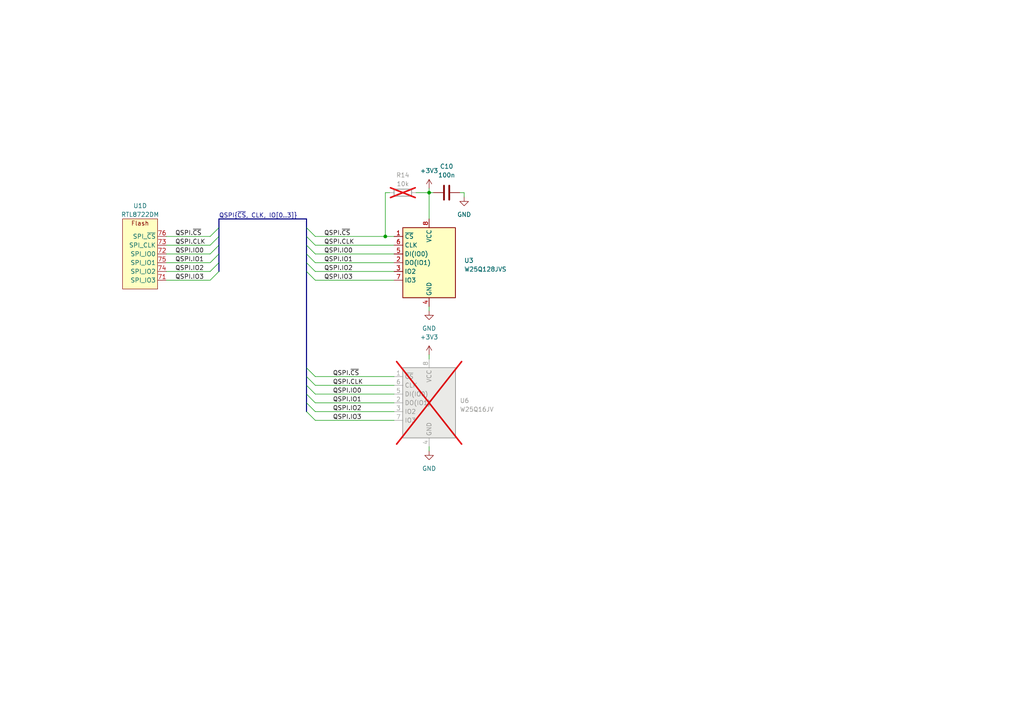
<source format=kicad_sch>
(kicad_sch (version 20230121) (generator eeschema)
  (paper "A4")
  (lib_symbols
    (symbol "Device:C" (pin_numbers hide) (pin_names (offset 0.254))
      (property "Reference" "C" (at 0.635 2.54 0))
      (property "Value" "C" (at 0.635 -2.54 0))
      (symbol "C_0_1"
        (polyline (pts (xy -2.032 -0.762) (xy 2.032 -0.762)) (stroke (width 0.508)))
        (polyline (pts (xy -2.032 0.762) (xy 2.032 0.762)) (stroke (width 0.508)))
      )
      (symbol "C_1_1"
        (pin passive line (at 0 3.81 270) (length 2.794) (name "~") (number "1"))
        (pin passive line (at 0 -3.81 90) (length 2.794) (name "~") (number "2"))
      )
    )
    (symbol "Device:R" (pin_numbers hide) (pin_names (offset 0))
      (property "Reference" "R" (at 2.032 0 90))
      (property "Value" "R" (at 0 0 90))
      (symbol "R_0_1"
        (rectangle (start -1.016 -2.54) (end 1.016 2.54) (stroke (width 0.254)))
      )
      (symbol "R_1_1"
        (pin passive line (at 0 3.81 270) (length 1.27) (name "~") (number "1"))
        (pin passive line (at 0 -3.81 90) (length 1.27) (name "~") (number "2"))
      )
    )
    (symbol "MCU_Realtek:RTL8722DM"
      (property "Reference" "U" (at -20.32 57.15 0))
      (property "Value" "RTL8722DM" (at 15.24 -29.21 0))
      (symbol "RTL8722DM_1_0"
        (pin input line (at -33.02 0 0) (length 2.54) (name "CHIP_EN") (number "11"))
      )
      (symbol "RTL8722DM_1_1"
        (rectangle (start -30.48 20.32) (end 27.94 -15.24) (fill (type background)))
        (text "Power and XTAL" (at 0 0 0) (effects (font (size 1.27 1.27))))
        (pin power_out line (at -2.54 -17.78 90) (length 2.54) (name "AUDIO_GND") (number "1"))
        (pin power_in line (at 17.78 22.86 270) (length 2.54) (name "VD1833_GPIO") (number "10"))
        (pin power_in line (at -20.32 22.86 270) (length 2.54) (name "VA11_AFE") (number "14"))
        (pin power_in line (at 15.24 22.86 270) (length 2.54) (name "VA1833_XTAL") (number "15"))
        (pin output line (at -33.02 -12.7 0) (length 2.54) (name "XO") (number "16"))
        (pin input line (at -33.02 -10.16 0) (length 2.54) (name "XI") (number "17"))
        (pin power_in line (at -5.08 22.86 270) (length 2.54) (name "VR1833_SYN") (number "18"))
        (pin power_in line (at -15.24 22.86 270) (length 2.54) (name "VR11_SYN") (number "19"))
        (pin power_out line (at 30.48 0 180) (length 2.54) (name "AVCC") (number "2"))
        (pin power_in line (at -12.7 22.86 270) (length 2.54) (name "VR11_RF2") (number "20"))
        (pin power_in line (at -2.54 22.86 270) (length 2.54) (name "VR1833_PAD_A") (number "21"))
        (pin power_in line (at 0 22.86 270) (length 2.54) (name "VR1833_PA_A") (number "22"))
        (pin power_in line (at 2.54 22.86 270) (length 2.54) (name "VR1833_PA_G") (number "28"))
        (pin power_in line (at -10.16 22.86 270) (length 2.54) (name "VR11_RF1") (number "29"))
        (pin power_out line (at 30.48 -2.54 180) (length 2.54) (name "AUDIO_VREF") (number "3"))
        (pin power_in line (at 20.32 22.86 270) (length 2.54) (name "VD1833_GPIO") (number "45"))
        (pin power_in line (at -27.94 22.86 270) (length 2.54) (name "VD11_CORE") (number "46"))
        (pin power_in line (at 12.7 22.86 270) (length 2.54) (name "VA1833_USB") (number "52"))
        (pin input line (at -33.02 5.08 0) (length 2.54) (name "VBAT_MEAS") (number "63"))
        (pin power_in line (at 7.62 22.86 270) (length 2.54) (name "VA1833_PLL") (number "64"))
        (pin power_in line (at -22.86 22.86 270) (length 2.54) (name "VA11_PLL") (number "65"))
        (pin power_out line (at 30.48 -5.08 180) (length 2.54) (name "VD18_PSRAM") (number "66"))
        (pin power_in line (at 22.86 22.86 270) (length 2.54) (name "VD1833_PMU") (number "67"))
        (pin power_out line (at 2.54 -17.78 90) (length 2.54) (name "GNDSPS") (number "68"))
        (pin power_out line (at 30.48 5.08 180) (length 2.54) (name "SW_LX") (number "69"))
        (pin power_in line (at 10.16 22.86 270) (length 2.54) (name "VD1833_SPS/VD1833_FLASH") (number "70"))
        (pin power_in line (at -25.4 22.86 270) (length 2.54) (name "VD11_CORE") (number "83"))
        (pin power_in line (at 25.4 22.86 270) (length 2.54) (name "AVCC_DRIV") (number "88"))
        (pin power_in line (at 0 -17.78 90) (length 2.54) (name "GND") (number "89"))
      )
      (symbol "RTL8722DM_2_1"
        (rectangle (start -20.32 55.88) (end 20.32 -27.94) (fill (type background)))
        (text "GPIO" (at 0 54.61 0) (effects (font (size 1.27 1.27))))
        (pin bidirectional line (at -22.86 35.56 0) (length 2.54) (name "PA7/UART_LOG_TXD") (number "12"))
        (pin bidirectional line (at -22.86 33.02 0) (length 2.54) (name "PA8/UART_LOG_RXD") (number "13"))
        (pin bidirectional line (at -22.86 30.48 0) (length 2.54) (name "PA9") (number "30"))
        (pin bidirectional line (at -22.86 27.94 0) (length 2.54) (name "PA10") (number "31"))
        (pin bidirectional line (at -22.86 25.4 0) (length 2.54) (name "PA11") (number "32"))
        (pin bidirectional line (at -22.86 22.86 0) (length 2.54) (name "PA12") (number "33"))
        (pin bidirectional line (at -22.86 20.32 0) (length 2.54) (name "PA13") (number "34"))
        (pin bidirectional line (at -22.86 17.78 0) (length 2.54) (name "PA14") (number "35"))
        (pin bidirectional line (at -22.86 15.24 0) (length 2.54) (name "PA15") (number "36"))
        (pin bidirectional line (at -22.86 12.7 0) (length 2.54) (name "PA16") (number "37"))
        (pin bidirectional line (at -22.86 10.16 0) (length 2.54) (name "PA17") (number "38"))
        (pin bidirectional line (at -22.86 7.62 0) (length 2.54) (name "PA18") (number "39"))
        (pin bidirectional line (at -22.86 53.34 0) (length 2.54) (name "PA0/MIC_BIAS") (number "4"))
        (pin bidirectional line (at -22.86 5.08 0) (length 2.54) (name "PA19") (number "40"))
        (pin bidirectional line (at -22.86 2.54 0) (length 2.54) (name "PA20") (number "41"))
        (pin bidirectional line (at -22.86 0 0) (length 2.54) (name "PA21") (number "42"))
        (pin bidirectional line (at -22.86 -2.54 0) (length 2.54) (name "PA22") (number "43"))
        (pin bidirectional line (at -22.86 -5.08 0) (length 2.54) (name "PA23") (number "44"))
        (pin bidirectional line (at -22.86 -7.62 0) (length 2.54) (name "PA24") (number "47"))
        (pin bidirectional line (at -22.86 -15.24 0) (length 2.54) (name "PA27/SWD_DATA") (number "48"))
        (pin bidirectional line (at -22.86 -25.4 0) (length 2.54) (name "PA31") (number "49"))
        (pin bidirectional line (at -22.86 43.18 0) (length 2.54) (name "PA4/MIC1_P") (number "5"))
        (pin bidirectional line (at 22.86 53.34 180) (length 2.54) (name "PB0") (number "50"))
        (pin bidirectional line (at -22.86 -22.86 0) (length 2.54) (name "PA30/SPS_SEL") (number "51"))
        (pin bidirectional line (at -22.86 -17.78 0) (length 2.54) (name "PA28/RREF") (number "53"))
        (pin bidirectional line (at -22.86 -12.7 0) (length 2.54) (name "PA26/HSDP") (number "54"))
        (pin bidirectional line (at -22.86 -10.16 0) (length 2.54) (name "PA25/HSDM") (number "55"))
        (pin bidirectional line (at 22.86 48.26 180) (length 2.54) (name "PB2/ADC_CH5") (number "56"))
        (pin bidirectional line (at 22.86 50.8 180) (length 2.54) (name "PB1/ADC_CH4") (number "57"))
        (pin bidirectional line (at 22.86 45.72 180) (length 2.54) (name "PB3/ADC_CH6/SWD_CLK") (number "58"))
        (pin bidirectional line (at 22.86 43.18 180) (length 2.54) (name "PB4/TOUCH_KEY0") (number "59"))
        (pin bidirectional line (at -22.86 48.26 0) (length 2.54) (name "PA2/MIC2_P") (number "6"))
        (pin bidirectional line (at 22.86 40.64 180) (length 2.54) (name "PB5/TOUCH_KEY1") (number "60"))
        (pin bidirectional line (at 22.86 38.1 180) (length 2.54) (name "PB6/TOUCH_KEY2") (number "61"))
        (pin bidirectional line (at 22.86 35.56 180) (length 2.54) (name "PB7/TOUCH_KEY3") (number "62"))
        (pin bidirectional line (at -22.86 50.8 0) (length 2.54) (name "PA1/MIC2_N") (number "7"))
        (pin bidirectional line (at 22.86 7.62 180) (length 2.54) (name "PB18") (number "77"))
        (pin bidirectional line (at 22.86 5.08 180) (length 2.54) (name "PB19") (number "78"))
        (pin bidirectional line (at 22.86 2.54 180) (length 2.54) (name "PB20") (number "79"))
        (pin bidirectional line (at -22.86 40.64 0) (length 2.54) (name "PA5/AUXIN_L") (number "8"))
        (pin bidirectional line (at 22.86 0 180) (length 2.54) (name "PB21") (number "80"))
        (pin bidirectional line (at 22.86 -2.54 180) (length 2.54) (name "PB22") (number "81"))
        (pin bidirectional line (at 22.86 -5.08 180) (length 2.54) (name "PB23") (number "82"))
        (pin bidirectional line (at 22.86 -20.32 180) (length 2.54) (name "PB29/AOUTP_R") (number "84"))
        (pin bidirectional line (at 22.86 -17.78 180) (length 2.54) (name "PB28/AOUTN_R") (number "85"))
        (pin bidirectional line (at 22.86 -22.86 180) (length 2.54) (name "PB30/AOUTN_L") (number "86"))
        (pin bidirectional line (at 22.86 -25.4 180) (length 2.54) (name "PB31/AOUTP_L") (number "87"))
        (pin bidirectional line (at -22.86 38.1 0) (length 2.54) (name "PA6/AUXIN_R") (number "9"))
      )
      (symbol "RTL8722DM_3_1"
        (rectangle (start -7.62 12.7) (end 7.62 -10.16) (fill (type background)))
        (text "RF" (at 0 11.43 0) (effects (font (size 1.27 1.27))))
        (pin bidirectional line (at 10.16 7.62 180) (length 2.54) (name "RFIO_A") (number "23"))
        (pin input line (at 10.16 5.08 180) (length 2.54) (name "RXIN_A/GND") (number "24"))
        (pin power_in line (at 0 -12.7 90) (length 2.54) (name "RFGND") (number "25"))
        (pin input line (at 10.16 2.54 180) (length 2.54) (name "RFIN_G") (number "26"))
        (pin output line (at 10.16 0 180) (length 2.54) (name "RFOUT_G") (number "27"))
      )
      (symbol "RTL8722DM_4_1"
        (rectangle (start -5.08 10.16) (end 5.08 -10.16) (fill (type background)))
        (text "Flash" (at 0 8.89 0) (effects (font (size 1.27 1.27))))
        (pin bidirectional line (at 7.62 -7.62 180) (length 2.54) (name "SPI_IO3") (number "71"))
        (pin bidirectional line (at 7.62 0 180) (length 2.54) (name "SPI_IO0") (number "72"))
        (pin bidirectional line (at 7.62 2.54 180) (length 2.54) (name "SPI_CLK") (number "73"))
        (pin bidirectional line (at 7.62 -5.08 180) (length 2.54) (name "SPI_IO2") (number "74"))
        (pin bidirectional line (at 7.62 -2.54 180) (length 2.54) (name "SPI_IO1") (number "75"))
        (pin bidirectional line (at 7.62 5.08 180) (length 2.54) (name "SPI_~{CS}") (number "76"))
      )
    )
    (symbol "Memory_Flash:W25Q128JVS"
      (property "Reference" "U" (at -8.89 8.89 0))
      (property "Value" "W25Q128JVS" (at 7.62 8.89 0))
      (symbol "W25Q128JVS_0_1"
        (rectangle (start -7.62 10.16) (end 7.62 -10.16) (stroke (width 0.254)) (fill (type background)))
      )
      (symbol "W25Q128JVS_1_1"
        (pin input line (at -10.16 7.62 0) (length 2.54) (name "~{CS}") (number "1"))
        (pin bidirectional line (at -10.16 0 0) (length 2.54) (name "DO(IO1)") (number "2"))
        (pin bidirectional line (at -10.16 -2.54 0) (length 2.54) (name "IO2") (number "3"))
        (pin power_in line (at 0 -12.7 90) (length 2.54) (name "GND") (number "4"))
        (pin bidirectional line (at -10.16 2.54 0) (length 2.54) (name "DI(IO0)") (number "5"))
        (pin input line (at -10.16 5.08 0) (length 2.54) (name "CLK") (number "6"))
        (pin bidirectional line (at -10.16 -5.08 0) (length 2.54) (name "IO3") (number "7"))
        (pin power_in line (at 0 12.7 270) (length 2.54) (name "VCC") (number "8"))
      )
    )
    (symbol "W25Q32JVSS_1"
      (property "Reference" "U" (at -6.35 11.43 0))
      (property "Value" "W25Q32JVSS" (at 7.62 11.43 0))
      (symbol "W25Q32JVSS_1_0_1"
        (rectangle (start -7.62 10.16) (end 7.62 -10.16) (stroke (width 0.254)) (fill (type background)))
      )
      (symbol "W25Q32JVSS_1_1_1"
        (pin input line (at -10.16 7.62 0) (length 2.54) (name "~{CS}") (number "1"))
        (pin bidirectional line (at -10.16 0 0) (length 2.54) (name "DO(IO1)") (number "2"))
        (pin bidirectional line (at -10.16 -2.54 0) (length 2.54) (name "IO2") (number "3"))
        (pin power_in line (at 0 -12.7 90) (length 2.54) (name "GND") (number "4"))
        (pin bidirectional line (at -10.16 2.54 0) (length 2.54) (name "DI(IO0)") (number "5"))
        (pin input line (at -10.16 5.08 0) (length 2.54) (name "CLK") (number "6"))
        (pin bidirectional line (at -10.16 -5.08 0) (length 2.54) (name "IO3") (number "7"))
        (pin power_in line (at 0 12.7 270) (length 2.54) (name "VCC") (number "8"))
      )
    )
    (symbol "power:+3V3" (power) (pin_names (offset 0))
      (property "Value" "+3V3" (at 0 3.556 0))
      (symbol "+3V3_0_1"
        (polyline (pts (xy -0.762 1.27) (xy 0 2.54)))
        (polyline (pts (xy 0 0) (xy 0 2.54)))
        (polyline (pts (xy 0 2.54) (xy 0.762 1.27)))
      )
      (symbol "+3V3_1_1"
        (pin power_in line (at 0 0 90) (length 0) hide (name "+3V3") (number "1"))
      )
    )
    (symbol "power:GND" (power) (pin_names (offset 0))
      (property "Value" "GND" (at 0 -3.81 0))
      (symbol "GND_0_1"
        (polyline (pts (xy 0 0) (xy 0 -1.27) (xy 1.27 -1.27) (xy 0 -2.54) (xy -1.27 -1.27) (xy 0 -1.27)))
      )
      (symbol "GND_1_1"
        (pin power_in line (at 0 0 270) (length 0) hide (name "GND") (number "1"))
      )
    )
  )
  (junction (at 124.46 55.88))
  (junction (at 111.76 68.58))
  (bus_entry (at 88.9 76.2) (size 2.54 2.54))
  (bus_entry (at 88.9 114.3) (size 2.54 2.54))
  (bus_entry (at 88.9 109.22) (size 2.54 2.54))
  (bus_entry (at 88.9 116.84) (size 2.54 2.54))
  (bus_entry (at 60.96 71.12) (size 2.54 -2.54))
  (bus_entry (at 88.9 71.12) (size 2.54 2.54))
  (bus_entry (at 88.9 66.04) (size 2.54 2.54))
  (bus_entry (at 60.96 68.58) (size 2.54 -2.54))
  (bus_entry (at 88.9 119.38) (size 2.54 2.54))
  (bus_entry (at 60.96 76.2) (size 2.54 -2.54))
  (bus_entry (at 88.9 78.74) (size 2.54 2.54))
  (bus_entry (at 60.96 73.66) (size 2.54 -2.54))
  (bus_entry (at 88.9 68.58) (size 2.54 2.54))
  (bus_entry (at 88.9 111.76) (size 2.54 2.54))
  (bus_entry (at 60.96 78.74) (size 2.54 -2.54))
  (bus_entry (at 60.96 81.28) (size 2.54 -2.54))
  (bus_entry (at 88.9 73.66) (size 2.54 2.54))
  (bus_entry (at 88.9 106.68) (size 2.54 2.54))
  (bus (pts (xy 88.9 63.5) (xy 88.9 66.04)))
  (bus (pts (xy 63.5 73.66) (xy 63.5 76.2)))
  (bus (pts (xy 63.5 76.2) (xy 63.5 78.74)))
  (wire (pts (xy 91.44 111.76) (xy 114.3 111.76)))
  (bus (pts (xy 88.9 116.84) (xy 88.9 119.38)))
  (bus (pts (xy 88.9 76.2) (xy 88.9 78.74)))
  (bus (pts (xy 63.5 66.04) (xy 63.5 68.58)))
  (bus (pts (xy 88.9 109.22) (xy 88.9 111.76)))
  (wire (pts (xy 124.46 54.61) (xy 124.46 55.88)))
  (wire (pts (xy 48.26 73.66) (xy 60.96 73.66)))
  (bus (pts (xy 88.9 111.76) (xy 88.9 114.3)))
  (wire (pts (xy 91.44 68.58) (xy 111.76 68.58)))
  (wire (pts (xy 124.46 102.87) (xy 124.46 104.14)))
  (wire (pts (xy 124.46 55.88) (xy 125.73 55.88)))
  (wire (pts (xy 91.44 73.66) (xy 114.3 73.66)))
  (wire (pts (xy 91.44 81.28) (xy 114.3 81.28)))
  (wire (pts (xy 111.76 55.88) (xy 113.03 55.88)))
  (wire (pts (xy 111.76 55.88) (xy 111.76 68.58)))
  (bus (pts (xy 63.5 68.58) (xy 63.5 71.12)))
  (wire (pts (xy 91.44 116.84) (xy 114.3 116.84)))
  (bus (pts (xy 88.9 78.74) (xy 88.9 106.68)))
  (wire (pts (xy 91.44 109.22) (xy 114.3 109.22)))
  (wire (pts (xy 91.44 76.2) (xy 114.3 76.2)))
  (wire (pts (xy 134.62 55.88) (xy 133.35 55.88)))
  (wire (pts (xy 124.46 129.54) (xy 124.46 130.81)))
  (bus (pts (xy 88.9 114.3) (xy 88.9 116.84)))
  (wire (pts (xy 91.44 114.3) (xy 114.3 114.3)))
  (wire (pts (xy 91.44 119.38) (xy 114.3 119.38)))
  (wire (pts (xy 120.65 55.88) (xy 124.46 55.88)))
  (bus (pts (xy 63.5 71.12) (xy 63.5 73.66)))
  (bus (pts (xy 88.9 106.68) (xy 88.9 109.22)))
  (bus (pts (xy 88.9 73.66) (xy 88.9 76.2)))
  (wire (pts (xy 91.44 78.74) (xy 114.3 78.74)))
  (wire (pts (xy 48.26 78.74) (xy 60.96 78.74)))
  (wire (pts (xy 48.26 71.12) (xy 60.96 71.12)))
  (wire (pts (xy 91.44 71.12) (xy 114.3 71.12)))
  (wire (pts (xy 91.44 121.92) (xy 114.3 121.92)))
  (bus (pts (xy 63.5 63.5) (xy 88.9 63.5)))
  (wire (pts (xy 134.62 57.15) (xy 134.62 55.88)))
  (wire (pts (xy 124.46 55.88) (xy 124.46 63.5)))
  (wire (pts (xy 48.26 68.58) (xy 60.96 68.58)))
  (bus (pts (xy 88.9 66.04) (xy 88.9 68.58)))
  (bus (pts (xy 63.5 63.5) (xy 63.5 66.04)))
  (bus (pts (xy 88.9 71.12) (xy 88.9 73.66)))
  (bus (pts (xy 88.9 68.58) (xy 88.9 71.12)))
  (wire (pts (xy 111.76 68.58) (xy 114.3 68.58)))
  (wire (pts (xy 124.46 88.9) (xy 124.46 90.17)))
  (wire (pts (xy 48.26 81.28) (xy 60.96 81.28)))
  (wire (pts (xy 48.26 76.2) (xy 60.96 76.2)))
  (label "QSPI.IO1" (at 50.8 76.2 0))
  (label "QSPI.~{CS}" (at 96.52 109.22 0))
  (label "QSPI.IO3" (at 93.98 81.28 0))
  (label "QSPI.~{CS}" (at 50.8 68.58 0))
  (label "QSPI.IO0" (at 96.52 114.3 0))
  (label "QSPI.CLK" (at 93.98 71.12 0))
  (label "QSPI.IO0" (at 93.98 73.66 0))
  (label "QSPI.IO3" (at 50.8 81.28 0))
  (label "QSPI.CLK" (at 96.52 111.76 0))
  (label "QSPI.CLK" (at 50.8 71.12 0))
  (label "QSPI.IO3" (at 96.52 121.92 0))
  (label "QSPI.~{CS}" (at 93.98 68.58 0))
  (label "QSPI.IO1" (at 96.52 116.84 0))
  (label "QSPI.IO2" (at 50.8 78.74 0))
  (label "QSPI.IO2" (at 96.52 119.38 0))
  (label "QSPI{~{CS}, CLK, IO[0..3]}" (at 63.5 63.5 0))
  (label "QSPI.IO2" (at 93.98 78.74 0))
  (label "QSPI.IO1" (at 93.98 76.2 0))
  (label "QSPI.IO0" (at 50.8 73.66 0))
  (symbol (lib_id "Device:R") (at 116.84 55.88 90) (unit 1) (dnp yes)
    (property "Reference" "R14" (at 116.84 50.8 90))
    (property "Value" "10k" (at 116.84 53.34 90))
    (property "Footprint" "Resistor_SMD:R_0402_1005Metric" (effects hide))
    (property "Datasheet" "https://datasheet.lcsc.com/lcsc/2205311900_UNI-ROYAL-Uniroyal-Elec-0402WGF100KTCE_C25086.pdf" (effects hide))
    (property "LCSC" "C25744" (effects hide))
    (property "MPN" "0402WGF1002TCE" (effects hide))
    (instances (project "chubby-hat" (path "" (reference "R14") (unit 1))) (project "rtl872xd-dev-board" (path "" (reference "R3") (unit 1)) (path "" (reference "R1") (unit 1))))
  )
  (symbol (lib_id "power:+3V3") (at 124.46 54.61 0) (unit 1)
    (property "Reference" "#PWR092" (effects hide))
    (property "Value" "+3V3" (at 124.46 49.53 0))
    (instances (project "chubby-hat" (path "" (reference "#PWR092") (unit 1))) (project "rtl872xd-dev-board" (path "" (reference "#PWR014") (unit 1)) (path "" (reference "#PWR013") (unit 1))))
  )
  (symbol (lib_id "power:GND") (at 124.46 130.81 0) (unit 1)
    (property "Reference" "#PWR0105" (effects hide))
    (property "Value" "GND" (at 124.46 135.89 0))
    (instances (project "chubby-hat" (path "" (reference "#PWR0105") (unit 1))) (project "rtl872xd-dev-board" (path "" (reference "#PWR017") (unit 1)) (path "" (reference "#PWR016") (unit 1))))
  )
  (symbol (lib_id "Memory_Flash:W25Q128JVS") (at 124.46 76.2 0) (unit 1)
    (property "Reference" "U3" (at 134.62 75.565 0) (effects (justify left)))
    (property "Value" "W25Q128JVS" (at 134.62 78.105 0) (effects (justify left)))
    (property "Footprint" "Package_SO:SOIC-8_5.23x5.23mm_P1.27mm" (effects hide))
    (property "Datasheet" "http://www.winbond.com/resource-files/w25q128jv_dtr%20revc%2003272018%20plus.pdf" (effects hide))
    (property "LCSC" "C97521" (effects hide))
    (property "MPN" "W25Q128JVSIQ" (effects hide))
    (instances (project "rtl872xd-dev-board" (path "" (reference "U3") (unit 1)) (path "" (reference "U2") (unit 1))))
  )
  (symbol (lib_id "power:GND") (at 124.46 90.17 0) (unit 1)
    (property "Reference" "#PWR093" (effects hide))
    (property "Value" "GND" (at 124.46 95.25 0))
    (instances (project "chubby-hat" (path "" (reference "#PWR093") (unit 1))) (project "rtl872xd-dev-board" (path "" (reference "#PWR015") (unit 1)) (path "" (reference "#PWR014") (unit 1))))
  )
  (symbol (lib_id "Device:C") (at 129.54 55.88 90) (unit 1)
    (property "Reference" "C10" (at 129.54 48.26 90))
    (property "Value" "100n" (at 129.54 50.8 90))
    (property "Footprint" "Capacitor_SMD:C_0402_1005Metric" (effects hide))
    (property "LCSC" "C1525" (effects hide))
    (property "MPN" "CL05B104KO5NNNC" (effects hide))
    (instances (project "chubby-hat" (path "" (reference "C10") (unit 1))) (project "rtl872xd-dev-board" (path "" (reference "C13") (unit 1)) (path "" (reference "C10") (unit 1))))
  )
  (symbol (lib_name "W25Q32JVSS_1") (lib_id "Memory_Flash:W25Q32JVSS") (at 124.46 116.84 0) (unit 1) (in_bom no) (dnp yes)
    (property "Reference" "U6" (at 133.35 116.205 0) (effects (justify left)))
    (property "Value" "W25Q16JV" (at 133.35 118.745 0) (effects (justify left)))
    (property "Footprint" "Package_USON:USON-8_3.0x2.0mm_P0.5mm" (effects hide))
    (property "Datasheet" "https://datasheet.lcsc.com/lcsc/2204011630_Zetta-ZD25WD40BUIGR_C2759917.pdf" (effects hide))
    (property "LCSC" "C2759917" (effects hide))
    (property "MPN" "ZD25WD40BUIGR" (effects hide))
    (instances (project "chubby-hat" (path "" (reference "U6") (unit 1))) (project "rtl872xd-dev-board" (path "" (reference "U4") (unit 1)) (path "" (reference "U3") (unit 1))))
  )
  (symbol (lib_id "power:GND") (at 134.62 57.15 0) (unit 1)
    (property "Reference" "#PWR094" (effects hide))
    (property "Value" "GND" (at 134.62 62.23 0))
    (instances (project "chubby-hat" (path "" (reference "#PWR094") (unit 1))) (project "rtl872xd-dev-board" (path "" (reference "#PWR018") (unit 1)) (path "" (reference "#PWR017") (unit 1))))
  )
  (symbol (lib_id "power:+3V3") (at 124.46 102.87 0) (unit 1)
    (property "Reference" "#PWR0104" (effects hide))
    (property "Value" "+3V3" (at 124.46 97.79 0))
    (instances (project "chubby-hat" (path "" (reference "#PWR0104") (unit 1))) (project "rtl872xd-dev-board" (path "" (reference "#PWR016") (unit 1)) (path "" (reference "#PWR015") (unit 1))))
  )
  (symbol (lib_id "MCU_Realtek:RTL8722DM") (at 40.64 73.66 0) (unit 4)
    (property "Reference" "U1" (at 40.64 59.69 0))
    (property "Value" "RTL8722DM" (at 40.64 62.23 0))
    (property "Footprint" "Package_DFN_QFN_project:QFN-88_EP_10x10_Pitch0.4mm" (effects hide))
    (property "Datasheet" "https://www.amebaiot.com/?s2member_file_download=UM0401_RTL872xD_Datasheet_v3.4.pdf" (effects hide))
  )
)
</source>
